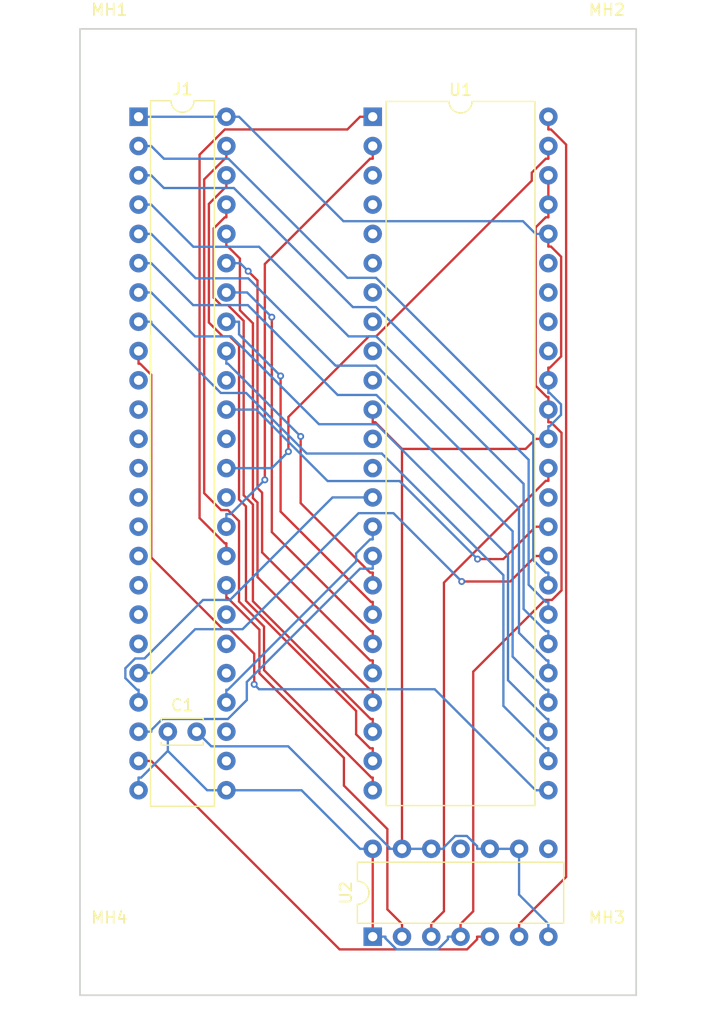
<source format=kicad_pcb>
(kicad_pcb (version 20171130) (host pcbnew 5.1.5+dfsg1-2build2)

  (general
    (thickness 1.6)
    (drawings 4)
    (tracks 348)
    (zones 0)
    (modules 8)
    (nets 66)
  )

  (page A4)
  (layers
    (0 F.Cu signal)
    (31 B.Cu signal)
    (32 B.Adhes user)
    (33 F.Adhes user)
    (34 B.Paste user)
    (35 F.Paste user)
    (36 B.SilkS user)
    (37 F.SilkS user)
    (38 B.Mask user)
    (39 F.Mask user)
    (40 Dwgs.User user)
    (41 Cmts.User user)
    (42 Eco1.User user)
    (43 Eco2.User user)
    (44 Edge.Cuts user)
    (45 Margin user)
    (46 B.CrtYd user)
    (47 F.CrtYd user)
    (48 B.Fab user)
    (49 F.Fab user)
  )

  (setup
    (last_trace_width 0.2)
    (user_trace_width 0.2)
    (user_trace_width 0.4)
    (user_trace_width 0.6)
    (user_trace_width 0.8)
    (user_trace_width 1)
    (user_trace_width 1.2)
    (user_trace_width 1.6)
    (user_trace_width 2)
    (trace_clearance 0.2)
    (zone_clearance 0.35)
    (zone_45_only no)
    (trace_min 0.1524)
    (via_size 0.6)
    (via_drill 0.3)
    (via_min_size 0.5)
    (via_min_drill 0.2)
    (user_via 0.9 0.5)
    (user_via 1.2 0.8)
    (user_via 1.4 0.9)
    (user_via 1.5 1)
    (uvia_size 0.3)
    (uvia_drill 0.1)
    (uvias_allowed no)
    (uvia_min_size 0.2)
    (uvia_min_drill 0.1)
    (edge_width 0.15)
    (segment_width 0.2)
    (pcb_text_width 0.3)
    (pcb_text_size 1.5 1.5)
    (mod_edge_width 0.15)
    (mod_text_size 1 1)
    (mod_text_width 0.15)
    (pad_size 3.2 3.2)
    (pad_drill 3.2)
    (pad_to_mask_clearance 0.051)
    (solder_mask_min_width 0.25)
    (aux_axis_origin 101 70)
    (grid_origin 101 70)
    (visible_elements FFFDFF7F)
    (pcbplotparams
      (layerselection 0x010fc_ffffffff)
      (usegerberextensions false)
      (usegerberattributes false)
      (usegerberadvancedattributes false)
      (creategerberjobfile false)
      (excludeedgelayer true)
      (linewidth 0.100000)
      (plotframeref false)
      (viasonmask false)
      (mode 1)
      (useauxorigin false)
      (hpglpennumber 1)
      (hpglpenspeed 20)
      (hpglpendiameter 15.000000)
      (psnegative false)
      (psa4output false)
      (plotreference true)
      (plotvalue true)
      (plotinvisibletext false)
      (padsonsilk false)
      (subtractmaskfromsilk false)
      (outputformat 1)
      (mirror false)
      (drillshape 1)
      (scaleselection 1)
      (outputdirectory ""))
  )

  (net 0 "")
  (net 1 GND)
  (net 2 VCC)
  (net 3 /P53)
  (net 4 "Net-(J1-Pad30)")
  (net 5 "Net-(J1-Pad17)")
  (net 6 /P52)
  (net 7 "Net-(J1-Pad27)")
  (net 8 "Net-(J1-Pad18)")
  (net 9 /P55)
  (net 10 "Net-(J1-Pad29)")
  (net 11 /P46)
  (net 12 "Net-(J1-Pad26)")
  (net 13 "Net-(J1-Pad19)")
  (net 14 "Net-(J1-Pad16)")
  (net 15 /P20)
  (net 16 "Net-(J1-Pad15)")
  (net 17 /P21)
  (net 18 "Net-(J1-Pad14)")
  (net 19 /P22)
  (net 20 "Net-(J1-Pad13)")
  (net 21 /P23)
  (net 22 "Net-(J1-Pad12)")
  (net 23 /P24)
  (net 24 "Net-(J1-Pad11)")
  (net 25 /P25)
  (net 26 "Net-(J1-Pad10)")
  (net 27 /P26)
  (net 28 /P17)
  (net 29 /P27)
  (net 30 /P16)
  (net 31 "Net-(J1-Pad39)")
  (net 32 /P15)
  (net 33 /P40)
  (net 34 /P14)
  (net 35 /P13)
  (net 36 /P42)
  (net 37 /P12)
  (net 38 /P11)
  (net 39 /P44)
  (net 40 /P10)
  (net 41 /P45)
  (net 42 "Net-(U1-Pad13)")
  (net 43 "Net-(U2-Pad11)")
  (net 44 "Net-(U2-Pad8)")
  (net 45 "Net-(U1-Pad36)")
  (net 46 "Net-(U1-Pad12)")
  (net 47 "Net-(U1-Pad35)")
  (net 48 "Net-(U1-Pad10)")
  (net 49 "Net-(U1-Pad9)")
  (net 50 /P50)
  (net 51 /P51)
  (net 52 "Net-(J1-Pad31)")
  (net 53 "Net-(J1-Pad37)")
  (net 54 "Net-(J1-Pad35)")
  (net 55 "Net-(U1-Pad48)")
  (net 56 "Net-(U1-Pad43)")
  (net 57 "Net-(U1-Pad42)")
  (net 58 "Net-(U1-Pad41)")
  (net 59 "Net-(U1-Pad40)")
  (net 60 "Net-(U1-Pad8)")
  (net 61 "Net-(U1-Pad7)")
  (net 62 "Net-(U1-Pad6)")
  (net 63 "Net-(U1-Pad5)")
  (net 64 "Net-(U1-Pad4)")
  (net 65 "Net-(U1-Pad3)")

  (net_class Default "This is the default net class."
    (clearance 0.2)
    (trace_width 0.2)
    (via_dia 0.6)
    (via_drill 0.3)
    (uvia_dia 0.3)
    (uvia_drill 0.1)
    (diff_pair_width 0.2)
    (diff_pair_gap 0.2)
    (add_net /P10)
    (add_net /P11)
    (add_net /P12)
    (add_net /P13)
    (add_net /P14)
    (add_net /P15)
    (add_net /P16)
    (add_net /P17)
    (add_net /P20)
    (add_net /P21)
    (add_net /P22)
    (add_net /P23)
    (add_net /P24)
    (add_net /P25)
    (add_net /P26)
    (add_net /P27)
    (add_net /P40)
    (add_net /P42)
    (add_net /P44)
    (add_net /P45)
    (add_net /P46)
    (add_net /P50)
    (add_net /P51)
    (add_net /P52)
    (add_net /P53)
    (add_net /P55)
    (add_net GND)
    (add_net "Net-(J1-Pad10)")
    (add_net "Net-(J1-Pad11)")
    (add_net "Net-(J1-Pad12)")
    (add_net "Net-(J1-Pad13)")
    (add_net "Net-(J1-Pad14)")
    (add_net "Net-(J1-Pad15)")
    (add_net "Net-(J1-Pad16)")
    (add_net "Net-(J1-Pad17)")
    (add_net "Net-(J1-Pad18)")
    (add_net "Net-(J1-Pad19)")
    (add_net "Net-(J1-Pad26)")
    (add_net "Net-(J1-Pad27)")
    (add_net "Net-(J1-Pad29)")
    (add_net "Net-(J1-Pad30)")
    (add_net "Net-(J1-Pad31)")
    (add_net "Net-(J1-Pad35)")
    (add_net "Net-(J1-Pad37)")
    (add_net "Net-(J1-Pad39)")
    (add_net "Net-(U1-Pad10)")
    (add_net "Net-(U1-Pad12)")
    (add_net "Net-(U1-Pad13)")
    (add_net "Net-(U1-Pad3)")
    (add_net "Net-(U1-Pad35)")
    (add_net "Net-(U1-Pad36)")
    (add_net "Net-(U1-Pad4)")
    (add_net "Net-(U1-Pad40)")
    (add_net "Net-(U1-Pad41)")
    (add_net "Net-(U1-Pad42)")
    (add_net "Net-(U1-Pad43)")
    (add_net "Net-(U1-Pad48)")
    (add_net "Net-(U1-Pad5)")
    (add_net "Net-(U1-Pad6)")
    (add_net "Net-(U1-Pad7)")
    (add_net "Net-(U1-Pad8)")
    (add_net "Net-(U1-Pad9)")
    (add_net "Net-(U2-Pad11)")
    (add_net "Net-(U2-Pad8)")
    (add_net VCC)
  )

  (module Package_DIP:DIP-48_W15.24mm (layer F.Cu) (tedit 5A02E8C5) (tstamp 62061056)
    (at 123.86 75.08)
    (descr "48-lead though-hole mounted DIP package, row spacing 15.24 mm (600 mils)")
    (tags "THT DIP DIL PDIP 2.54mm 15.24mm 600mil")
    (path /6207014E)
    (fp_text reference U1 (at 7.62 -2.33) (layer F.SilkS)
      (effects (font (size 1 1) (thickness 0.15)))
    )
    (fp_text value P8095BH (at 7.62 60.75) (layer F.Fab)
      (effects (font (size 1 1) (thickness 0.15)))
    )
    (fp_text user %R (at 7.62 29.21) (layer F.Fab)
      (effects (font (size 1 1) (thickness 0.15)))
    )
    (fp_line (start 16.3 -1.55) (end -1.05 -1.55) (layer F.CrtYd) (width 0.05))
    (fp_line (start 16.3 59.95) (end 16.3 -1.55) (layer F.CrtYd) (width 0.05))
    (fp_line (start -1.05 59.95) (end 16.3 59.95) (layer F.CrtYd) (width 0.05))
    (fp_line (start -1.05 -1.55) (end -1.05 59.95) (layer F.CrtYd) (width 0.05))
    (fp_line (start 14.08 -1.33) (end 8.62 -1.33) (layer F.SilkS) (width 0.12))
    (fp_line (start 14.08 59.75) (end 14.08 -1.33) (layer F.SilkS) (width 0.12))
    (fp_line (start 1.16 59.75) (end 14.08 59.75) (layer F.SilkS) (width 0.12))
    (fp_line (start 1.16 -1.33) (end 1.16 59.75) (layer F.SilkS) (width 0.12))
    (fp_line (start 6.62 -1.33) (end 1.16 -1.33) (layer F.SilkS) (width 0.12))
    (fp_line (start 0.255 -0.27) (end 1.255 -1.27) (layer F.Fab) (width 0.1))
    (fp_line (start 0.255 59.69) (end 0.255 -0.27) (layer F.Fab) (width 0.1))
    (fp_line (start 14.985 59.69) (end 0.255 59.69) (layer F.Fab) (width 0.1))
    (fp_line (start 14.985 -1.27) (end 14.985 59.69) (layer F.Fab) (width 0.1))
    (fp_line (start 1.255 -1.27) (end 14.985 -1.27) (layer F.Fab) (width 0.1))
    (fp_arc (start 7.62 -1.33) (end 6.62 -1.33) (angle -180) (layer F.SilkS) (width 0.12))
    (pad 48 thru_hole oval (at 15.24 0) (size 1.6 1.6) (drill 0.8) (layers *.Cu *.Mask)
      (net 55 "Net-(U1-Pad48)"))
    (pad 24 thru_hole oval (at 0 58.42) (size 1.6 1.6) (drill 0.8) (layers *.Cu *.Mask)
      (net 15 /P20))
    (pad 47 thru_hole oval (at 15.24 2.54) (size 1.6 1.6) (drill 0.8) (layers *.Cu *.Mask)
      (net 36 /P42))
    (pad 23 thru_hole oval (at 0 55.88) (size 1.6 1.6) (drill 0.8) (layers *.Cu *.Mask)
      (net 17 /P21))
    (pad 46 thru_hole oval (at 15.24 5.08) (size 1.6 1.6) (drill 0.8) (layers *.Cu *.Mask)
      (net 2 VCC))
    (pad 22 thru_hole oval (at 0 53.34) (size 1.6 1.6) (drill 0.8) (layers *.Cu *.Mask)
      (net 19 /P22))
    (pad 45 thru_hole oval (at 15.24 7.62) (size 1.6 1.6) (drill 0.8) (layers *.Cu *.Mask)
      (net 2 VCC))
    (pad 21 thru_hole oval (at 0 50.8) (size 1.6 1.6) (drill 0.8) (layers *.Cu *.Mask)
      (net 21 /P23))
    (pad 44 thru_hole oval (at 15.24 10.16) (size 1.6 1.6) (drill 0.8) (layers *.Cu *.Mask)
      (net 1 GND))
    (pad 20 thru_hole oval (at 0 48.26) (size 1.6 1.6) (drill 0.8) (layers *.Cu *.Mask)
      (net 23 /P24))
    (pad 43 thru_hole oval (at 15.24 12.7) (size 1.6 1.6) (drill 0.8) (layers *.Cu *.Mask)
      (net 56 "Net-(U1-Pad43)"))
    (pad 19 thru_hole oval (at 0 45.72) (size 1.6 1.6) (drill 0.8) (layers *.Cu *.Mask)
      (net 25 /P25))
    (pad 42 thru_hole oval (at 15.24 15.24) (size 1.6 1.6) (drill 0.8) (layers *.Cu *.Mask)
      (net 57 "Net-(U1-Pad42)"))
    (pad 18 thru_hole oval (at 0 43.18) (size 1.6 1.6) (drill 0.8) (layers *.Cu *.Mask)
      (net 27 /P26))
    (pad 41 thru_hole oval (at 15.24 17.78) (size 1.6 1.6) (drill 0.8) (layers *.Cu *.Mask)
      (net 58 "Net-(U1-Pad41)"))
    (pad 17 thru_hole oval (at 0 40.64) (size 1.6 1.6) (drill 0.8) (layers *.Cu *.Mask)
      (net 29 /P27))
    (pad 40 thru_hole oval (at 15.24 20.32) (size 1.6 1.6) (drill 0.8) (layers *.Cu *.Mask)
      (net 59 "Net-(U1-Pad40)"))
    (pad 16 thru_hole oval (at 0 38.1) (size 1.6 1.6) (drill 0.8) (layers *.Cu *.Mask)
      (net 6 /P52))
    (pad 39 thru_hole oval (at 15.24 22.86) (size 1.6 1.6) (drill 0.8) (layers *.Cu *.Mask)
      (net 1 GND))
    (pad 15 thru_hole oval (at 0 35.56) (size 1.6 1.6) (drill 0.8) (layers *.Cu *.Mask)
      (net 9 /P55))
    (pad 38 thru_hole oval (at 15.24 25.4) (size 1.6 1.6) (drill 0.8) (layers *.Cu *.Mask)
      (net 2 VCC))
    (pad 14 thru_hole oval (at 0 33.02) (size 1.6 1.6) (drill 0.8) (layers *.Cu *.Mask)
      (net 51 /P51))
    (pad 37 thru_hole oval (at 15.24 27.94) (size 1.6 1.6) (drill 0.8) (layers *.Cu *.Mask)
      (net 1 GND))
    (pad 13 thru_hole oval (at 0 30.48) (size 1.6 1.6) (drill 0.8) (layers *.Cu *.Mask)
      (net 42 "Net-(U1-Pad13)"))
    (pad 36 thru_hole oval (at 15.24 30.48) (size 1.6 1.6) (drill 0.8) (layers *.Cu *.Mask)
      (net 45 "Net-(U1-Pad36)"))
    (pad 12 thru_hole oval (at 0 27.94) (size 1.6 1.6) (drill 0.8) (layers *.Cu *.Mask)
      (net 46 "Net-(U1-Pad12)"))
    (pad 35 thru_hole oval (at 15.24 33.02) (size 1.6 1.6) (drill 0.8) (layers *.Cu *.Mask)
      (net 47 "Net-(U1-Pad35)"))
    (pad 11 thru_hole oval (at 0 25.4) (size 1.6 1.6) (drill 0.8) (layers *.Cu *.Mask)
      (net 1 GND))
    (pad 34 thru_hole oval (at 15.24 35.56) (size 1.6 1.6) (drill 0.8) (layers *.Cu *.Mask)
      (net 33 /P40))
    (pad 10 thru_hole oval (at 0 22.86) (size 1.6 1.6) (drill 0.8) (layers *.Cu *.Mask)
      (net 48 "Net-(U1-Pad10)"))
    (pad 33 thru_hole oval (at 15.24 38.1) (size 1.6 1.6) (drill 0.8) (layers *.Cu *.Mask)
      (net 50 /P50))
    (pad 9 thru_hole oval (at 0 20.32) (size 1.6 1.6) (drill 0.8) (layers *.Cu *.Mask)
      (net 49 "Net-(U1-Pad9)"))
    (pad 32 thru_hole oval (at 15.24 40.64) (size 1.6 1.6) (drill 0.8) (layers *.Cu *.Mask)
      (net 40 /P10))
    (pad 8 thru_hole oval (at 0 17.78) (size 1.6 1.6) (drill 0.8) (layers *.Cu *.Mask)
      (net 60 "Net-(U1-Pad8)"))
    (pad 31 thru_hole oval (at 15.24 43.18) (size 1.6 1.6) (drill 0.8) (layers *.Cu *.Mask)
      (net 38 /P11))
    (pad 7 thru_hole oval (at 0 15.24) (size 1.6 1.6) (drill 0.8) (layers *.Cu *.Mask)
      (net 61 "Net-(U1-Pad7)"))
    (pad 30 thru_hole oval (at 15.24 45.72) (size 1.6 1.6) (drill 0.8) (layers *.Cu *.Mask)
      (net 37 /P12))
    (pad 6 thru_hole oval (at 0 12.7) (size 1.6 1.6) (drill 0.8) (layers *.Cu *.Mask)
      (net 62 "Net-(U1-Pad6)"))
    (pad 29 thru_hole oval (at 15.24 48.26) (size 1.6 1.6) (drill 0.8) (layers *.Cu *.Mask)
      (net 35 /P13))
    (pad 5 thru_hole oval (at 0 10.16) (size 1.6 1.6) (drill 0.8) (layers *.Cu *.Mask)
      (net 63 "Net-(U1-Pad5)"))
    (pad 28 thru_hole oval (at 15.24 50.8) (size 1.6 1.6) (drill 0.8) (layers *.Cu *.Mask)
      (net 34 /P14))
    (pad 4 thru_hole oval (at 0 7.62) (size 1.6 1.6) (drill 0.8) (layers *.Cu *.Mask)
      (net 64 "Net-(U1-Pad4)"))
    (pad 27 thru_hole oval (at 15.24 53.34) (size 1.6 1.6) (drill 0.8) (layers *.Cu *.Mask)
      (net 32 /P15))
    (pad 3 thru_hole oval (at 0 5.08) (size 1.6 1.6) (drill 0.8) (layers *.Cu *.Mask)
      (net 65 "Net-(U1-Pad3)"))
    (pad 26 thru_hole oval (at 15.24 55.88) (size 1.6 1.6) (drill 0.8) (layers *.Cu *.Mask)
      (net 30 /P16))
    (pad 2 thru_hole oval (at 0 2.54) (size 1.6 1.6) (drill 0.8) (layers *.Cu *.Mask)
      (net 39 /P44))
    (pad 25 thru_hole oval (at 15.24 58.42) (size 1.6 1.6) (drill 0.8) (layers *.Cu *.Mask)
      (net 28 /P17))
    (pad 1 thru_hole rect (at 0 0) (size 1.6 1.6) (drill 0.8) (layers *.Cu *.Mask)
      (net 41 /P45))
    (model ${KISYS3DMOD}/Package_DIP.3dshapes/DIP-48_W15.24mm.wrl
      (at (xyz 0 0 0))
      (scale (xyz 1 1 1))
      (rotate (xyz 0 0 0))
    )
  )

  (module Package_DIP:DIP-14_W7.62mm (layer F.Cu) (tedit 5A02E8C5) (tstamp 61FE1D4C)
    (at 123.86 146.2 90)
    (descr "14-lead though-hole mounted DIP package, row spacing 7.62 mm (300 mils)")
    (tags "THT DIP DIL PDIP 2.54mm 7.62mm 300mil")
    (path /61F547D1)
    (fp_text reference U2 (at 3.81 -2.33 90) (layer F.SilkS)
      (effects (font (size 1 1) (thickness 0.15)))
    )
    (fp_text value 74HCT126 (at 3.81 17.57 90) (layer F.Fab)
      (effects (font (size 1 1) (thickness 0.15)))
    )
    (fp_text user %R (at 3.81 7.62 90) (layer F.Fab)
      (effects (font (size 1 1) (thickness 0.15)))
    )
    (fp_line (start 8.7 -1.55) (end -1.1 -1.55) (layer F.CrtYd) (width 0.05))
    (fp_line (start 8.7 16.8) (end 8.7 -1.55) (layer F.CrtYd) (width 0.05))
    (fp_line (start -1.1 16.8) (end 8.7 16.8) (layer F.CrtYd) (width 0.05))
    (fp_line (start -1.1 -1.55) (end -1.1 16.8) (layer F.CrtYd) (width 0.05))
    (fp_line (start 6.46 -1.33) (end 4.81 -1.33) (layer F.SilkS) (width 0.12))
    (fp_line (start 6.46 16.57) (end 6.46 -1.33) (layer F.SilkS) (width 0.12))
    (fp_line (start 1.16 16.57) (end 6.46 16.57) (layer F.SilkS) (width 0.12))
    (fp_line (start 1.16 -1.33) (end 1.16 16.57) (layer F.SilkS) (width 0.12))
    (fp_line (start 2.81 -1.33) (end 1.16 -1.33) (layer F.SilkS) (width 0.12))
    (fp_line (start 0.635 -0.27) (end 1.635 -1.27) (layer F.Fab) (width 0.1))
    (fp_line (start 0.635 16.51) (end 0.635 -0.27) (layer F.Fab) (width 0.1))
    (fp_line (start 6.985 16.51) (end 0.635 16.51) (layer F.Fab) (width 0.1))
    (fp_line (start 6.985 -1.27) (end 6.985 16.51) (layer F.Fab) (width 0.1))
    (fp_line (start 1.635 -1.27) (end 6.985 -1.27) (layer F.Fab) (width 0.1))
    (fp_arc (start 3.81 -1.33) (end 2.81 -1.33) (angle -180) (layer F.SilkS) (width 0.12))
    (pad 14 thru_hole oval (at 7.62 0 90) (size 1.6 1.6) (drill 0.8) (layers *.Cu *.Mask)
      (net 2 VCC))
    (pad 7 thru_hole oval (at 0 15.24 90) (size 1.6 1.6) (drill 0.8) (layers *.Cu *.Mask)
      (net 1 GND))
    (pad 13 thru_hole oval (at 7.62 2.54 90) (size 1.6 1.6) (drill 0.8) (layers *.Cu *.Mask)
      (net 1 GND))
    (pad 6 thru_hole oval (at 0 12.7 90) (size 1.6 1.6) (drill 0.8) (layers *.Cu *.Mask)
      (net 55 "Net-(U1-Pad48)"))
    (pad 12 thru_hole oval (at 7.62 5.08 90) (size 1.6 1.6) (drill 0.8) (layers *.Cu *.Mask)
      (net 1 GND))
    (pad 5 thru_hole oval (at 0 10.16 90) (size 1.6 1.6) (drill 0.8) (layers *.Cu *.Mask)
      (net 3 /P53))
    (pad 11 thru_hole oval (at 7.62 7.62 90) (size 1.6 1.6) (drill 0.8) (layers *.Cu *.Mask)
      (net 43 "Net-(U2-Pad11)"))
    (pad 4 thru_hole oval (at 0 7.62 90) (size 1.6 1.6) (drill 0.8) (layers *.Cu *.Mask)
      (net 2 VCC))
    (pad 10 thru_hole oval (at 7.62 10.16 90) (size 1.6 1.6) (drill 0.8) (layers *.Cu *.Mask)
      (net 1 GND))
    (pad 3 thru_hole oval (at 0 5.08 90) (size 1.6 1.6) (drill 0.8) (layers *.Cu *.Mask)
      (net 45 "Net-(U1-Pad36)"))
    (pad 9 thru_hole oval (at 7.62 12.7 90) (size 1.6 1.6) (drill 0.8) (layers *.Cu *.Mask)
      (net 1 GND))
    (pad 2 thru_hole oval (at 0 2.54 90) (size 1.6 1.6) (drill 0.8) (layers *.Cu *.Mask)
      (net 11 /P46))
    (pad 8 thru_hole oval (at 7.62 15.24 90) (size 1.6 1.6) (drill 0.8) (layers *.Cu *.Mask)
      (net 44 "Net-(U2-Pad8)"))
    (pad 1 thru_hole rect (at 0 0 90) (size 1.6 1.6) (drill 0.8) (layers *.Cu *.Mask)
      (net 2 VCC))
    (model ${KISYS3DMOD}/Package_DIP.3dshapes/DIP-14_W7.62mm.wrl
      (at (xyz 0 0 0))
      (scale (xyz 1 1 1))
      (rotate (xyz 0 0 0))
    )
  )

  (module 0-LocalLibrary:DIP-48_W7.62mm (layer F.Cu) (tedit 6198C9C5) (tstamp 61E6FC82)
    (at 103.54 75.08)
    (descr "48-lead dip package, row spacing 7.62 mm (300 mils)")
    (tags "DIL DIP PDIP 2.54mm 7.62mm 300mill")
    (path /62AD1603)
    (fp_text reference J1 (at 3.81 -2.39) (layer F.SilkS)
      (effects (font (size 1 1) (thickness 0.15)))
    )
    (fp_text value BionicConnector (at 5.08 60.96) (layer F.Fab)
      (effects (font (size 1 1) (thickness 0.15)))
    )
    (fp_line (start 8.68 60.02) (end 8.68 18.72) (layer F.CrtYd) (width 0.05))
    (fp_line (start 7.365 59.69) (end 0.255 59.69) (layer F.Fab) (width 0.1))
    (fp_line (start 0.255 59.69) (end 0.255 20.05) (layer F.Fab) (width 0.1))
    (fp_line (start -1.1 60.02) (end 8.68 60.02) (layer F.CrtYd) (width 0.05))
    (fp_line (start -1.1 18.72) (end -1.1 60.02) (layer F.CrtYd) (width 0.05))
    (fp_line (start 6.58 59.81) (end 6.58 18.93) (layer F.SilkS) (width 0.12))
    (fp_line (start 1.04 59.81) (end 6.58 59.81) (layer F.SilkS) (width 0.12))
    (fp_line (start 1.04 18.93) (end 1.04 59.81) (layer F.SilkS) (width 0.12))
    (fp_line (start 7.365 19.05) (end 7.365 59.69) (layer F.Fab) (width 0.1))
    (fp_arc (start 3.81 -1.39) (end 2.81 -1.39) (angle -180) (layer F.SilkS) (width 0.12))
    (fp_line (start 8.68 -1.6) (end -1.1 -1.6) (layer F.CrtYd) (width 0.05))
    (fp_line (start 8.68 39.7) (end 8.68 -1.6) (layer F.CrtYd) (width 0.05))
    (fp_line (start -1.1 -1.6) (end -1.1 39.7) (layer F.CrtYd) (width 0.05))
    (fp_line (start 6.58 -1.39) (end 4.81 -1.39) (layer F.SilkS) (width 0.12))
    (fp_line (start 6.58 39.49) (end 6.58 -1.39) (layer F.SilkS) (width 0.12))
    (fp_line (start 1.04 -1.39) (end 1.04 39.49) (layer F.SilkS) (width 0.12))
    (fp_line (start 2.81 -1.39) (end 1.04 -1.39) (layer F.SilkS) (width 0.12))
    (fp_line (start 0.255 -0.27) (end 1.255 -1.27) (layer F.Fab) (width 0.1))
    (fp_line (start 0.255 39.37) (end 0.255 -0.27) (layer F.Fab) (width 0.1))
    (fp_line (start 7.365 -1.27) (end 7.365 39.37) (layer F.Fab) (width 0.1))
    (fp_line (start 1.255 -1.27) (end 7.365 -1.27) (layer F.Fab) (width 0.1))
    (fp_text user %R (at 3.81 19.05) (layer F.Fab)
      (effects (font (size 1 1) (thickness 0.15)))
    )
    (pad 20 thru_hole oval (at 0 48.26) (size 1.6 1.6) (drill 0.8) (layers *.Cu *.Mask)
      (net 50 /P50))
    (pad 24 thru_hole oval (at 0 58.42) (size 1.6 1.6) (drill 0.8) (layers *.Cu *.Mask)
      (net 2 VCC))
    (pad 25 thru_hole oval (at 7.62 58.42) (size 1.6 1.6) (drill 0.8) (layers *.Cu *.Mask)
      (net 2 VCC))
    (pad 23 thru_hole oval (at 0 55.88) (size 1.6 1.6) (drill 0.8) (layers *.Cu *.Mask)
      (net 3 /P53))
    (pad 30 thru_hole oval (at 7.62 45.72) (size 1.6 1.6) (drill 0.8) (layers *.Cu *.Mask)
      (net 4 "Net-(J1-Pad30)"))
    (pad 21 thru_hole oval (at 0 50.8) (size 1.6 1.6) (drill 0.8) (layers *.Cu *.Mask)
      (net 51 /P51))
    (pad 17 thru_hole oval (at 0 40.64) (size 1.6 1.6) (drill 0.8) (layers *.Cu *.Mask)
      (net 5 "Net-(J1-Pad17)"))
    (pad 22 thru_hole oval (at 0 53.34) (size 1.6 1.6) (drill 0.8) (layers *.Cu *.Mask)
      (net 6 /P52))
    (pad 27 thru_hole oval (at 7.62 53.34) (size 1.6 1.6) (drill 0.8) (layers *.Cu *.Mask)
      (net 7 "Net-(J1-Pad27)"))
    (pad 18 thru_hole oval (at 0 43.18) (size 1.6 1.6) (drill 0.8) (layers *.Cu *.Mask)
      (net 8 "Net-(J1-Pad18)"))
    (pad 31 thru_hole oval (at 7.62 43.18) (size 1.6 1.6) (drill 0.8) (layers *.Cu *.Mask)
      (net 52 "Net-(J1-Pad31)"))
    (pad 28 thru_hole oval (at 7.62 50.8) (size 1.6 1.6) (drill 0.8) (layers *.Cu *.Mask)
      (net 9 /P55))
    (pad 29 thru_hole oval (at 7.62 48.26) (size 1.6 1.6) (drill 0.8) (layers *.Cu *.Mask)
      (net 10 "Net-(J1-Pad29)"))
    (pad 32 thru_hole oval (at 7.62 40.64) (size 1.6 1.6) (drill 0.8) (layers *.Cu *.Mask)
      (net 11 /P46))
    (pad 26 thru_hole oval (at 7.62 55.88) (size 1.6 1.6) (drill 0.8) (layers *.Cu *.Mask)
      (net 12 "Net-(J1-Pad26)"))
    (pad 19 thru_hole oval (at 0 45.72) (size 1.6 1.6) (drill 0.8) (layers *.Cu *.Mask)
      (net 13 "Net-(J1-Pad19)"))
    (pad 48 thru_hole oval (at 7.62 0) (size 1.6 1.6) (drill 0.8) (layers *.Cu *.Mask)
      (net 1 GND))
    (pad 16 thru_hole oval (at 0 38.1) (size 1.6 1.6) (drill 0.8) (layers *.Cu *.Mask)
      (net 14 "Net-(J1-Pad16)"))
    (pad 47 thru_hole oval (at 7.62 2.54) (size 1.6 1.6) (drill 0.8) (layers *.Cu *.Mask)
      (net 15 /P20))
    (pad 15 thru_hole oval (at 0 35.56) (size 1.6 1.6) (drill 0.8) (layers *.Cu *.Mask)
      (net 16 "Net-(J1-Pad15)"))
    (pad 46 thru_hole oval (at 7.62 5.08) (size 1.6 1.6) (drill 0.8) (layers *.Cu *.Mask)
      (net 17 /P21))
    (pad 14 thru_hole oval (at 0 33.02) (size 1.6 1.6) (drill 0.8) (layers *.Cu *.Mask)
      (net 18 "Net-(J1-Pad14)"))
    (pad 45 thru_hole oval (at 7.62 7.62) (size 1.6 1.6) (drill 0.8) (layers *.Cu *.Mask)
      (net 19 /P22))
    (pad 13 thru_hole oval (at 0 30.48) (size 1.6 1.6) (drill 0.8) (layers *.Cu *.Mask)
      (net 20 "Net-(J1-Pad13)"))
    (pad 44 thru_hole oval (at 7.62 10.16) (size 1.6 1.6) (drill 0.8) (layers *.Cu *.Mask)
      (net 21 /P23))
    (pad 12 thru_hole oval (at 0 27.94) (size 1.6 1.6) (drill 0.8) (layers *.Cu *.Mask)
      (net 22 "Net-(J1-Pad12)"))
    (pad 43 thru_hole oval (at 7.62 12.7) (size 1.6 1.6) (drill 0.8) (layers *.Cu *.Mask)
      (net 23 /P24))
    (pad 11 thru_hole oval (at 0 25.4) (size 1.6 1.6) (drill 0.8) (layers *.Cu *.Mask)
      (net 24 "Net-(J1-Pad11)"))
    (pad 42 thru_hole oval (at 7.62 15.24) (size 1.6 1.6) (drill 0.8) (layers *.Cu *.Mask)
      (net 25 /P25))
    (pad 10 thru_hole oval (at 0 22.86) (size 1.6 1.6) (drill 0.8) (layers *.Cu *.Mask)
      (net 26 "Net-(J1-Pad10)"))
    (pad 41 thru_hole oval (at 7.62 17.78) (size 1.6 1.6) (drill 0.8) (layers *.Cu *.Mask)
      (net 27 /P26))
    (pad 9 thru_hole oval (at 0 20.32) (size 1.6 1.6) (drill 0.8) (layers *.Cu *.Mask)
      (net 28 /P17))
    (pad 40 thru_hole oval (at 7.62 20.32) (size 1.6 1.6) (drill 0.8) (layers *.Cu *.Mask)
      (net 29 /P27))
    (pad 8 thru_hole oval (at 0 17.78) (size 1.6 1.6) (drill 0.8) (layers *.Cu *.Mask)
      (net 30 /P16))
    (pad 39 thru_hole oval (at 7.62 22.86) (size 1.6 1.6) (drill 0.8) (layers *.Cu *.Mask)
      (net 31 "Net-(J1-Pad39)"))
    (pad 7 thru_hole oval (at 0 15.24) (size 1.6 1.6) (drill 0.8) (layers *.Cu *.Mask)
      (net 32 /P15))
    (pad 38 thru_hole oval (at 7.62 25.4) (size 1.6 1.6) (drill 0.8) (layers *.Cu *.Mask)
      (net 33 /P40))
    (pad 6 thru_hole oval (at 0 12.7) (size 1.6 1.6) (drill 0.8) (layers *.Cu *.Mask)
      (net 34 /P14))
    (pad 37 thru_hole oval (at 7.62 27.94) (size 1.6 1.6) (drill 0.8) (layers *.Cu *.Mask)
      (net 53 "Net-(J1-Pad37)"))
    (pad 5 thru_hole oval (at 0 10.16) (size 1.6 1.6) (drill 0.8) (layers *.Cu *.Mask)
      (net 35 /P13))
    (pad 36 thru_hole oval (at 7.62 30.48) (size 1.6 1.6) (drill 0.8) (layers *.Cu *.Mask)
      (net 36 /P42))
    (pad 4 thru_hole oval (at 0 7.62) (size 1.6 1.6) (drill 0.8) (layers *.Cu *.Mask)
      (net 37 /P12))
    (pad 35 thru_hole oval (at 7.62 33.02) (size 1.6 1.6) (drill 0.8) (layers *.Cu *.Mask)
      (net 54 "Net-(J1-Pad35)"))
    (pad 3 thru_hole oval (at 0 5.08) (size 1.6 1.6) (drill 0.8) (layers *.Cu *.Mask)
      (net 38 /P11))
    (pad 34 thru_hole oval (at 7.62 35.56) (size 1.6 1.6) (drill 0.8) (layers *.Cu *.Mask)
      (net 39 /P44))
    (pad 2 thru_hole oval (at 0 2.54) (size 1.6 1.6) (drill 0.8) (layers *.Cu *.Mask)
      (net 40 /P10))
    (pad 33 thru_hole oval (at 7.62 38.1) (size 1.6 1.6) (drill 0.8) (layers *.Cu *.Mask)
      (net 41 /P45))
    (pad 1 thru_hole rect (at 0 0) (size 1.6 1.6) (drill 0.8) (layers *.Cu *.Mask)
      (net 1 GND))
    (model ${KISYS3DMOD}/Package_DIP.3dshapes/DIP-32_W7.62mm.wrl
      (at (xyz 0 0 0))
      (scale (xyz 1 1 1))
      (rotate (xyz 0 0 0))
    )
  )

  (module Capacitor_THT:C_Disc_D3.4mm_W2.1mm_P2.50mm (layer F.Cu) (tedit 5AE50EF0) (tstamp 61E6FC38)
    (at 106.08 128.42)
    (descr "C, Disc series, Radial, pin pitch=2.50mm, , diameter*width=3.4*2.1mm^2, Capacitor, http://www.vishay.com/docs/45233/krseries.pdf")
    (tags "C Disc series Radial pin pitch 2.50mm  diameter 3.4mm width 2.1mm Capacitor")
    (path /5D0E12B4)
    (fp_text reference C1 (at 1.25 -2.3) (layer F.SilkS)
      (effects (font (size 1 1) (thickness 0.15)))
    )
    (fp_text value 0.1u (at 1.25 2.3) (layer F.Fab)
      (effects (font (size 1 1) (thickness 0.15)))
    )
    (fp_text user %R (at 1.25 0) (layer F.Fab)
      (effects (font (size 0.68 0.68) (thickness 0.102)))
    )
    (fp_line (start 3.55 -1.3) (end -1.05 -1.3) (layer F.CrtYd) (width 0.05))
    (fp_line (start 3.55 1.3) (end 3.55 -1.3) (layer F.CrtYd) (width 0.05))
    (fp_line (start -1.05 1.3) (end 3.55 1.3) (layer F.CrtYd) (width 0.05))
    (fp_line (start -1.05 -1.3) (end -1.05 1.3) (layer F.CrtYd) (width 0.05))
    (fp_line (start 3.07 0.925) (end 3.07 1.17) (layer F.SilkS) (width 0.12))
    (fp_line (start 3.07 -1.17) (end 3.07 -0.925) (layer F.SilkS) (width 0.12))
    (fp_line (start -0.57 0.925) (end -0.57 1.17) (layer F.SilkS) (width 0.12))
    (fp_line (start -0.57 -1.17) (end -0.57 -0.925) (layer F.SilkS) (width 0.12))
    (fp_line (start -0.57 1.17) (end 3.07 1.17) (layer F.SilkS) (width 0.12))
    (fp_line (start -0.57 -1.17) (end 3.07 -1.17) (layer F.SilkS) (width 0.12))
    (fp_line (start 2.95 -1.05) (end -0.45 -1.05) (layer F.Fab) (width 0.1))
    (fp_line (start 2.95 1.05) (end 2.95 -1.05) (layer F.Fab) (width 0.1))
    (fp_line (start -0.45 1.05) (end 2.95 1.05) (layer F.Fab) (width 0.1))
    (fp_line (start -0.45 -1.05) (end -0.45 1.05) (layer F.Fab) (width 0.1))
    (pad 2 thru_hole circle (at 2.5 0) (size 1.6 1.6) (drill 0.8) (layers *.Cu *.Mask)
      (net 1 GND))
    (pad 1 thru_hole circle (at 0 0) (size 1.6 1.6) (drill 0.8) (layers *.Cu *.Mask)
      (net 2 VCC))
    (model ${KISYS3DMOD}/Capacitor_THT.3dshapes/C_Disc_D3.4mm_W2.1mm_P2.50mm.wrl
      (at (xyz 0 0 0))
      (scale (xyz 1 1 1))
      (rotate (xyz 0 0 0))
    )
  )

  (module MountingHole:MountingHole_3.2mm_M3 (layer F.Cu) (tedit 56D1B4CB) (tstamp 618AA90D)
    (at 101 148.74)
    (descr "Mounting Hole 3.2mm, no annular, M3")
    (tags "mounting hole 3.2mm no annular m3")
    (attr virtual)
    (fp_text reference MH4 (at 0 -4.2) (layer F.SilkS)
      (effects (font (size 1 1) (thickness 0.15)))
    )
    (fp_text value MountingHole_3.2mm_M3 (at 0 4.2) (layer F.Fab)
      (effects (font (size 1 1) (thickness 0.15)))
    )
    (fp_circle (center 0 0) (end 3.45 0) (layer F.CrtYd) (width 0.05))
    (fp_circle (center 0 0) (end 3.2 0) (layer Cmts.User) (width 0.15))
    (fp_text user %R (at 0.3 0) (layer F.Fab)
      (effects (font (size 1 1) (thickness 0.15)))
    )
    (pad 1 np_thru_hole circle (at 0 0) (size 3.2 3.2) (drill 3.2) (layers *.Cu *.Mask))
  )

  (module MountingHole:MountingHole_3.2mm_M3 (layer F.Cu) (tedit 56D1B4CB) (tstamp 618AA8EF)
    (at 144.18 148.74)
    (descr "Mounting Hole 3.2mm, no annular, M3")
    (tags "mounting hole 3.2mm no annular m3")
    (attr virtual)
    (fp_text reference MH3 (at 0 -4.2) (layer F.SilkS)
      (effects (font (size 1 1) (thickness 0.15)))
    )
    (fp_text value MountingHole_3.2mm_M3 (at 0 4.2) (layer F.Fab)
      (effects (font (size 1 1) (thickness 0.15)))
    )
    (fp_circle (center 0 0) (end 3.45 0) (layer F.CrtYd) (width 0.05))
    (fp_circle (center 0 0) (end 3.2 0) (layer Cmts.User) (width 0.15))
    (fp_text user %R (at 0.3 0) (layer F.Fab)
      (effects (font (size 1 1) (thickness 0.15)))
    )
    (pad 1 np_thru_hole circle (at 0 0) (size 3.2 3.2) (drill 3.2) (layers *.Cu *.Mask))
  )

  (module MountingHole:MountingHole_3.2mm_M3 (layer F.Cu) (tedit 56D1B4CB) (tstamp 618AA8C0)
    (at 144.18 70)
    (descr "Mounting Hole 3.2mm, no annular, M3")
    (tags "mounting hole 3.2mm no annular m3")
    (attr virtual)
    (fp_text reference MH2 (at 0 -4.2) (layer F.SilkS)
      (effects (font (size 1 1) (thickness 0.15)))
    )
    (fp_text value MountingHole_3.2mm_M3 (at 0 4.2) (layer F.Fab)
      (effects (font (size 1 1) (thickness 0.15)))
    )
    (fp_circle (center 0 0) (end 3.45 0) (layer F.CrtYd) (width 0.05))
    (fp_circle (center 0 0) (end 3.2 0) (layer Cmts.User) (width 0.15))
    (fp_text user %R (at 0.3 0) (layer F.Fab)
      (effects (font (size 1 1) (thickness 0.15)))
    )
    (pad 1 np_thru_hole circle (at 0 0) (size 3.2 3.2) (drill 3.2) (layers *.Cu *.Mask))
  )

  (module MountingHole:MountingHole_3.2mm_M3 (layer F.Cu) (tedit 618A6455) (tstamp 618AA897)
    (at 101 70)
    (descr "Mounting Hole 3.2mm, no annular, M3")
    (tags "mounting hole 3.2mm no annular m3")
    (attr virtual)
    (fp_text reference MH1 (at 0 -4.2) (layer F.SilkS)
      (effects (font (size 1 1) (thickness 0.15)))
    )
    (fp_text value MountingHole_3.2mm_M3 (at 0 4.2) (layer F.Fab)
      (effects (font (size 1 1) (thickness 0.15)))
    )
    (fp_circle (center 0 0) (end 3.45 0) (layer F.CrtYd) (width 0.05))
    (fp_circle (center 0 0) (end 3.2 0) (layer Cmts.User) (width 0.15))
    (fp_text user %R (at 0.3 0) (layer F.Fab)
      (effects (font (size 1 1) (thickness 0.15)))
    )
    (pad "" np_thru_hole circle (at 0 0) (size 3.2 3.2) (drill 3.2) (layers *.Cu *.Mask))
  )

  (gr_line (start 98.46 151.28) (end 98.46 67.46) (layer Edge.Cuts) (width 0.15) (tstamp 618AA84D))
  (gr_line (start 146.72 151.28) (end 98.46 151.28) (layer Edge.Cuts) (width 0.15))
  (gr_line (start 146.72 67.46) (end 146.72 151.28) (layer Edge.Cuts) (width 0.15))
  (gr_line (start 98.46 67.46) (end 146.72 67.46) (layer Edge.Cuts) (width 0.15))

  (segment (start 111.16 75.08) (end 112.2603 75.08) (width 0.2) (layer B.Cu) (net 1))
  (segment (start 139.1 85.24) (end 137.9997 85.24) (width 0.2) (layer B.Cu) (net 1))
  (segment (start 137.9997 85.24) (end 136.8994 84.1397) (width 0.2) (layer B.Cu) (net 1))
  (segment (start 136.8994 84.1397) (end 121.32 84.1397) (width 0.2) (layer B.Cu) (net 1))
  (segment (start 121.32 84.1397) (end 112.2603 75.08) (width 0.2) (layer B.Cu) (net 1))
  (segment (start 136.56 138.58) (end 136.56 142.5597) (width 0.2) (layer B.Cu) (net 1))
  (segment (start 136.56 142.5597) (end 139.1 145.0997) (width 0.2) (layer B.Cu) (net 1))
  (segment (start 139.1 146.2) (end 139.1 145.0997) (width 0.2) (layer B.Cu) (net 1))
  (segment (start 136.56 138.58) (end 134.02 138.58) (width 0.2) (layer B.Cu) (net 1))
  (segment (start 128.94 138.58) (end 130.0403 138.58) (width 0.2) (layer B.Cu) (net 1))
  (segment (start 130.0403 138.58) (end 130.0403 138.4425) (width 0.2) (layer B.Cu) (net 1))
  (segment (start 130.0403 138.4425) (end 131.0207 137.4621) (width 0.2) (layer B.Cu) (net 1))
  (segment (start 131.0207 137.4621) (end 132.0298 137.4621) (width 0.2) (layer B.Cu) (net 1))
  (segment (start 132.0298 137.4621) (end 132.9197 138.352) (width 0.2) (layer B.Cu) (net 1))
  (segment (start 132.9197 138.352) (end 132.9197 138.58) (width 0.2) (layer B.Cu) (net 1))
  (segment (start 126.4 138.58) (end 128.94 138.58) (width 0.2) (layer B.Cu) (net 1))
  (segment (start 134.02 138.58) (end 132.9197 138.58) (width 0.2) (layer B.Cu) (net 1))
  (segment (start 139.1 101.9197) (end 139.2164 101.9197) (width 0.2) (layer B.Cu) (net 1))
  (segment (start 139.2164 101.9197) (end 140.2003 100.9358) (width 0.2) (layer B.Cu) (net 1))
  (segment (start 140.2003 100.9358) (end 140.2003 100.0242) (width 0.2) (layer B.Cu) (net 1))
  (segment (start 140.2003 100.0242) (end 139.2164 99.0403) (width 0.2) (layer B.Cu) (net 1))
  (segment (start 139.2164 99.0403) (end 139.1 99.0403) (width 0.2) (layer B.Cu) (net 1))
  (segment (start 126.4 138.58) (end 125.2997 138.58) (width 0.2) (layer B.Cu) (net 1))
  (segment (start 108.58 128.42) (end 109.85 129.69) (width 0.2) (layer B.Cu) (net 1))
  (segment (start 109.85 129.69) (end 116.5263 129.69) (width 0.2) (layer B.Cu) (net 1))
  (segment (start 116.5263 129.69) (end 125.2997 138.4634) (width 0.2) (layer B.Cu) (net 1))
  (segment (start 125.2997 138.4634) (end 125.2997 138.58) (width 0.2) (layer B.Cu) (net 1))
  (segment (start 139.1 85.24) (end 139.1 86.3403) (width 0.2) (layer F.Cu) (net 1))
  (segment (start 139.1 97.94) (end 139.1 96.8397) (width 0.2) (layer F.Cu) (net 1))
  (segment (start 139.1 96.8397) (end 139.2375 96.8397) (width 0.2) (layer F.Cu) (net 1))
  (segment (start 139.2375 96.8397) (end 140.2107 95.8665) (width 0.2) (layer F.Cu) (net 1))
  (segment (start 140.2107 95.8665) (end 140.2107 87.223) (width 0.2) (layer F.Cu) (net 1))
  (segment (start 140.2107 87.223) (end 139.328 86.3403) (width 0.2) (layer F.Cu) (net 1))
  (segment (start 139.328 86.3403) (end 139.1 86.3403) (width 0.2) (layer F.Cu) (net 1))
  (segment (start 139.1 97.94) (end 139.1 99.0403) (width 0.2) (layer B.Cu) (net 1))
  (segment (start 139.1 103.02) (end 139.1 101.9197) (width 0.2) (layer B.Cu) (net 1))
  (segment (start 126.4 103.8923) (end 124.088 101.5803) (width 0.2) (layer F.Cu) (net 1))
  (segment (start 124.088 101.5803) (end 123.86 101.5803) (width 0.2) (layer F.Cu) (net 1))
  (segment (start 126.4 138.58) (end 126.4 103.8923) (width 0.2) (layer F.Cu) (net 1))
  (segment (start 126.4 103.8923) (end 137.1274 103.8923) (width 0.2) (layer F.Cu) (net 1))
  (segment (start 137.1274 103.8923) (end 137.9997 103.02) (width 0.2) (layer F.Cu) (net 1))
  (segment (start 139.1 103.02) (end 137.9997 103.02) (width 0.2) (layer F.Cu) (net 1))
  (segment (start 123.86 100.48) (end 123.86 101.5803) (width 0.2) (layer F.Cu) (net 1))
  (segment (start 103.54 75.08) (end 111.16 75.08) (width 0.2) (layer B.Cu) (net 1))
  (segment (start 139.1 100.48) (end 139.1 101.5803) (width 0.2) (layer F.Cu) (net 2))
  (segment (start 131.48 146.2) (end 131.48 145.0997) (width 0.2) (layer F.Cu) (net 2))
  (segment (start 131.48 145.0997) (end 132.5803 143.9994) (width 0.2) (layer F.Cu) (net 2))
  (segment (start 132.5803 143.9994) (end 132.5803 123.2147) (width 0.2) (layer F.Cu) (net 2))
  (segment (start 132.5803 123.2147) (end 138.805 116.99) (width 0.2) (layer F.Cu) (net 2))
  (segment (start 138.805 116.99) (end 139.4156 116.99) (width 0.2) (layer F.Cu) (net 2))
  (segment (start 139.4156 116.99) (end 140.2415 116.1641) (width 0.2) (layer F.Cu) (net 2))
  (segment (start 140.2415 116.1641) (end 140.2415 102.4938) (width 0.2) (layer F.Cu) (net 2))
  (segment (start 140.2415 102.4938) (end 139.328 101.5803) (width 0.2) (layer F.Cu) (net 2))
  (segment (start 139.328 101.5803) (end 139.1 101.5803) (width 0.2) (layer F.Cu) (net 2))
  (segment (start 131.48 146.2) (end 130.3797 146.2) (width 0.2) (layer B.Cu) (net 2))
  (segment (start 123.86 146.2) (end 124.9603 146.2) (width 0.2) (layer B.Cu) (net 2))
  (segment (start 124.9603 146.2) (end 124.9603 146.3375) (width 0.2) (layer B.Cu) (net 2))
  (segment (start 124.9603 146.3375) (end 125.9266 147.3038) (width 0.2) (layer B.Cu) (net 2))
  (segment (start 125.9266 147.3038) (end 129.5039 147.3038) (width 0.2) (layer B.Cu) (net 2))
  (segment (start 129.5039 147.3038) (end 130.3797 146.428) (width 0.2) (layer B.Cu) (net 2))
  (segment (start 130.3797 146.428) (end 130.3797 146.2) (width 0.2) (layer B.Cu) (net 2))
  (segment (start 139.1 82.7) (end 139.1 83.8003) (width 0.2) (layer F.Cu) (net 2))
  (segment (start 139.1 100.48) (end 139.1 99.3797) (width 0.2) (layer F.Cu) (net 2))
  (segment (start 139.1 99.3797) (end 138.9625 99.3797) (width 0.2) (layer F.Cu) (net 2))
  (segment (start 138.9625 99.3797) (end 137.9981 98.4153) (width 0.2) (layer F.Cu) (net 2))
  (segment (start 137.9981 98.4153) (end 137.9981 84.6742) (width 0.2) (layer F.Cu) (net 2))
  (segment (start 137.9981 84.6742) (end 138.872 83.8003) (width 0.2) (layer F.Cu) (net 2))
  (segment (start 138.872 83.8003) (end 139.1 83.8003) (width 0.2) (layer F.Cu) (net 2))
  (segment (start 139.1 80.16) (end 139.1 82.7) (width 0.2) (layer F.Cu) (net 2))
  (segment (start 123.86 146.2) (end 123.86 138.58) (width 0.2) (layer F.Cu) (net 2))
  (segment (start 123.86 138.58) (end 122.7597 138.58) (width 0.2) (layer B.Cu) (net 2))
  (segment (start 111.16 133.5) (end 117.6797 133.5) (width 0.2) (layer B.Cu) (net 2))
  (segment (start 117.6797 133.5) (end 122.7597 138.58) (width 0.2) (layer B.Cu) (net 2))
  (segment (start 106.08 130.0877) (end 109.4923 133.5) (width 0.2) (layer B.Cu) (net 2))
  (segment (start 109.4923 133.5) (end 111.16 133.5) (width 0.2) (layer B.Cu) (net 2))
  (segment (start 106.08 130.0877) (end 103.768 132.3997) (width 0.2) (layer B.Cu) (net 2))
  (segment (start 103.768 132.3997) (end 103.54 132.3997) (width 0.2) (layer B.Cu) (net 2))
  (segment (start 106.08 128.42) (end 106.08 130.0877) (width 0.2) (layer B.Cu) (net 2))
  (segment (start 103.54 133.5) (end 103.54 132.3997) (width 0.2) (layer B.Cu) (net 2))
  (segment (start 134.02 146.2) (end 132.9197 146.2) (width 0.2) (layer F.Cu) (net 3))
  (segment (start 103.54 130.96) (end 104.6403 130.96) (width 0.2) (layer F.Cu) (net 3))
  (segment (start 104.6403 130.96) (end 120.9841 147.3038) (width 0.2) (layer F.Cu) (net 3))
  (segment (start 120.9841 147.3038) (end 132.0439 147.3038) (width 0.2) (layer F.Cu) (net 3))
  (segment (start 132.0439 147.3038) (end 132.9197 146.428) (width 0.2) (layer F.Cu) (net 3))
  (segment (start 132.9197 146.428) (end 132.9197 146.2) (width 0.2) (layer F.Cu) (net 3))
  (segment (start 123.86 113.18) (end 123.86 114.2803) (width 0.2) (layer B.Cu) (net 6))
  (segment (start 103.54 128.42) (end 104.6403 128.42) (width 0.2) (layer B.Cu) (net 6))
  (segment (start 104.6403 128.42) (end 104.6403 128.2823) (width 0.2) (layer B.Cu) (net 6))
  (segment (start 104.6403 128.2823) (end 105.6029 127.3197) (width 0.2) (layer B.Cu) (net 6))
  (segment (start 105.6029 127.3197) (end 111.2903 127.3197) (width 0.2) (layer B.Cu) (net 6))
  (segment (start 111.2903 127.3197) (end 112.9331 125.6769) (width 0.2) (layer B.Cu) (net 6))
  (segment (start 112.9331 125.6769) (end 112.9331 124.1069) (width 0.2) (layer B.Cu) (net 6))
  (segment (start 112.9331 124.1069) (end 122.7597 114.2803) (width 0.2) (layer B.Cu) (net 6))
  (segment (start 122.7597 114.2803) (end 123.86 114.2803) (width 0.2) (layer B.Cu) (net 6))
  (segment (start 123.86 110.64) (end 123.86 111.7403) (width 0.2) (layer B.Cu) (net 9))
  (segment (start 111.16 125.88) (end 111.16 124.7797) (width 0.2) (layer B.Cu) (net 9))
  (segment (start 111.16 124.7797) (end 111.2935 124.7797) (width 0.2) (layer B.Cu) (net 9))
  (segment (start 111.2935 124.7797) (end 122.4204 113.6528) (width 0.2) (layer B.Cu) (net 9))
  (segment (start 122.4204 113.6528) (end 122.4204 112.9519) (width 0.2) (layer B.Cu) (net 9))
  (segment (start 122.4204 112.9519) (end 123.632 111.7403) (width 0.2) (layer B.Cu) (net 9))
  (segment (start 123.632 111.7403) (end 123.86 111.7403) (width 0.2) (layer B.Cu) (net 9))
  (segment (start 126.4 145.0997) (end 125.13 143.8297) (width 0.2) (layer F.Cu) (net 11))
  (segment (start 125.13 143.8297) (end 125.13 136.8652) (width 0.2) (layer F.Cu) (net 11))
  (segment (start 125.13 136.8652) (end 121.3612 133.0964) (width 0.2) (layer F.Cu) (net 11))
  (segment (start 121.3612 133.0964) (end 121.3612 130.6951) (width 0.2) (layer F.Cu) (net 11))
  (segment (start 121.3612 130.6951) (end 114.0273 123.3612) (width 0.2) (layer F.Cu) (net 11))
  (segment (start 114.0273 123.3612) (end 114.0273 119.5711) (width 0.2) (layer F.Cu) (net 11))
  (segment (start 114.0273 119.5711) (end 111.2765 116.8203) (width 0.2) (layer F.Cu) (net 11))
  (segment (start 111.2765 116.8203) (end 111.16 116.8203) (width 0.2) (layer F.Cu) (net 11))
  (segment (start 126.4 146.2) (end 126.4 145.0997) (width 0.2) (layer F.Cu) (net 11))
  (segment (start 111.16 115.72) (end 111.16 116.8203) (width 0.2) (layer F.Cu) (net 11))
  (segment (start 123.86 132.3997) (end 123.7434 132.3997) (width 0.2) (layer F.Cu) (net 15))
  (segment (start 123.7434 132.3997) (end 114.4276 123.0839) (width 0.2) (layer F.Cu) (net 15))
  (segment (start 114.4276 123.0839) (end 114.4276 119.3019) (width 0.2) (layer F.Cu) (net 15))
  (segment (start 114.4276 119.3019) (end 112.2603 117.1346) (width 0.2) (layer F.Cu) (net 15))
  (segment (start 112.2603 117.1346) (end 112.2603 110.157) (width 0.2) (layer F.Cu) (net 15))
  (segment (start 112.2603 110.157) (end 111.3036 109.2003) (width 0.2) (layer F.Cu) (net 15))
  (segment (start 111.3036 109.2003) (end 110.7042 109.2003) (width 0.2) (layer F.Cu) (net 15))
  (segment (start 110.7042 109.2003) (end 109.2359 107.732) (width 0.2) (layer F.Cu) (net 15))
  (segment (start 109.2359 107.732) (end 109.2359 80.5069) (width 0.2) (layer F.Cu) (net 15))
  (segment (start 109.2359 80.5069) (end 111.0225 78.7203) (width 0.2) (layer F.Cu) (net 15))
  (segment (start 111.0225 78.7203) (end 111.16 78.7203) (width 0.2) (layer F.Cu) (net 15))
  (segment (start 123.86 133.5) (end 123.86 132.3997) (width 0.2) (layer F.Cu) (net 15))
  (segment (start 111.16 77.62) (end 111.16 78.7203) (width 0.2) (layer F.Cu) (net 15))
  (segment (start 111.16 81.2603) (end 111.0225 81.2603) (width 0.2) (layer F.Cu) (net 17))
  (segment (start 111.0225 81.2603) (end 109.6435 82.6393) (width 0.2) (layer F.Cu) (net 17))
  (segment (start 109.6435 82.6393) (end 109.6435 92.9296) (width 0.2) (layer F.Cu) (net 17))
  (segment (start 109.6435 92.9296) (end 110.8439 94.13) (width 0.2) (layer F.Cu) (net 17))
  (segment (start 110.8439 94.13) (end 111.452 94.13) (width 0.2) (layer F.Cu) (net 17))
  (segment (start 111.452 94.13) (end 112.2603 94.9383) (width 0.2) (layer F.Cu) (net 17))
  (segment (start 112.2603 94.9383) (end 112.2603 108.2766) (width 0.2) (layer F.Cu) (net 17))
  (segment (start 112.2603 108.2766) (end 112.8608 108.8771) (width 0.2) (layer F.Cu) (net 17))
  (segment (start 112.8608 108.8771) (end 112.8608 117.0658) (width 0.2) (layer F.Cu) (net 17))
  (segment (start 112.8608 117.0658) (end 122.4204 126.6254) (width 0.2) (layer F.Cu) (net 17))
  (segment (start 122.4204 126.6254) (end 122.4204 128.6481) (width 0.2) (layer F.Cu) (net 17))
  (segment (start 122.4204 128.6481) (end 123.632 129.8597) (width 0.2) (layer F.Cu) (net 17))
  (segment (start 123.632 129.8597) (end 123.86 129.8597) (width 0.2) (layer F.Cu) (net 17))
  (segment (start 123.86 130.96) (end 123.86 129.8597) (width 0.2) (layer F.Cu) (net 17))
  (segment (start 111.16 80.16) (end 111.16 81.2603) (width 0.2) (layer F.Cu) (net 17))
  (segment (start 111.16 83.8003) (end 111.0225 83.8003) (width 0.2) (layer F.Cu) (net 19))
  (segment (start 111.0225 83.8003) (end 110.0597 84.7631) (width 0.2) (layer F.Cu) (net 19))
  (segment (start 110.0597 84.7631) (end 110.0597 90.7758) (width 0.2) (layer F.Cu) (net 19))
  (segment (start 110.0597 90.7758) (end 110.7042 91.4203) (width 0.2) (layer F.Cu) (net 19))
  (segment (start 110.7042 91.4203) (end 111.2973 91.4203) (width 0.2) (layer F.Cu) (net 19))
  (segment (start 111.2973 91.4203) (end 112.6606 92.7836) (width 0.2) (layer F.Cu) (net 19))
  (segment (start 112.6606 92.7836) (end 112.6606 107.9109) (width 0.2) (layer F.Cu) (net 19))
  (segment (start 112.6606 107.9109) (end 113.4612 108.7115) (width 0.2) (layer F.Cu) (net 19))
  (segment (start 113.4612 108.7115) (end 113.4612 117.0998) (width 0.2) (layer F.Cu) (net 19))
  (segment (start 113.4612 117.0998) (end 123.6811 127.3197) (width 0.2) (layer F.Cu) (net 19))
  (segment (start 123.6811 127.3197) (end 123.86 127.3197) (width 0.2) (layer F.Cu) (net 19))
  (segment (start 123.86 128.42) (end 123.86 127.3197) (width 0.2) (layer F.Cu) (net 19))
  (segment (start 111.16 82.7) (end 111.16 83.8003) (width 0.2) (layer F.Cu) (net 19))
  (segment (start 111.16 86.3403) (end 111.2977 86.3403) (width 0.2) (layer F.Cu) (net 21))
  (segment (start 111.2977 86.3403) (end 112.3319 87.3745) (width 0.2) (layer F.Cu) (net 21))
  (segment (start 112.3319 87.3745) (end 112.3319 91.8616) (width 0.2) (layer F.Cu) (net 21))
  (segment (start 112.3319 91.8616) (end 113.4612 92.9909) (width 0.2) (layer F.Cu) (net 21))
  (segment (start 113.4612 92.9909) (end 113.4612 108.1453) (width 0.2) (layer F.Cu) (net 21))
  (segment (start 113.4612 108.1453) (end 113.8615 108.5456) (width 0.2) (layer F.Cu) (net 21))
  (segment (start 113.8615 108.5456) (end 113.8615 115.0092) (width 0.2) (layer F.Cu) (net 21))
  (segment (start 113.8615 115.0092) (end 123.632 124.7797) (width 0.2) (layer F.Cu) (net 21))
  (segment (start 123.632 124.7797) (end 123.86 124.7797) (width 0.2) (layer F.Cu) (net 21))
  (segment (start 123.86 125.88) (end 123.86 124.7797) (width 0.2) (layer F.Cu) (net 21))
  (segment (start 111.16 85.24) (end 111.16 86.3403) (width 0.2) (layer F.Cu) (net 21))
  (segment (start 123.86 123.34) (end 123.86 122.2397) (width 0.2) (layer F.Cu) (net 23))
  (segment (start 113.0529 88.4755) (end 113.8615 89.2841) (width 0.2) (layer F.Cu) (net 23))
  (segment (start 113.8615 89.2841) (end 113.8615 107.2842) (width 0.2) (layer F.Cu) (net 23))
  (segment (start 113.8615 107.2842) (end 114.2619 107.6846) (width 0.2) (layer F.Cu) (net 23))
  (segment (start 114.2619 107.6846) (end 114.2619 112.8696) (width 0.2) (layer F.Cu) (net 23))
  (segment (start 114.2619 112.8696) (end 123.632 122.2397) (width 0.2) (layer F.Cu) (net 23))
  (segment (start 123.632 122.2397) (end 123.86 122.2397) (width 0.2) (layer F.Cu) (net 23))
  (segment (start 111.16 87.78) (end 112.3574 87.78) (width 0.2) (layer B.Cu) (net 23))
  (segment (start 112.3574 87.78) (end 113.0529 88.4755) (width 0.2) (layer B.Cu) (net 23))
  (via (at 113.0529 88.4755) (size 0.6) (layers F.Cu B.Cu) (net 23))
  (segment (start 123.86 119.6997) (end 123.7003 119.6997) (width 0.2) (layer F.Cu) (net 25))
  (segment (start 123.7003 119.6997) (end 115.1031 111.1025) (width 0.2) (layer F.Cu) (net 25))
  (segment (start 115.1031 111.1025) (end 115.1031 92.4626) (width 0.2) (layer F.Cu) (net 25))
  (segment (start 123.86 120.8) (end 123.86 119.6997) (width 0.2) (layer F.Cu) (net 25))
  (segment (start 111.16 90.32) (end 112.9605 90.32) (width 0.2) (layer B.Cu) (net 25))
  (segment (start 112.9605 90.32) (end 115.1031 92.4626) (width 0.2) (layer B.Cu) (net 25))
  (via (at 115.1031 92.4626) (size 0.6) (layers F.Cu B.Cu) (net 25))
  (segment (start 123.86 117.1597) (end 123.7003 117.1597) (width 0.2) (layer F.Cu) (net 27))
  (segment (start 123.7003 117.1597) (end 115.8649 109.3243) (width 0.2) (layer F.Cu) (net 27))
  (segment (start 115.8649 109.3243) (end 115.8649 97.5608) (width 0.2) (layer F.Cu) (net 27))
  (segment (start 111.16 92.86) (end 112.2603 92.86) (width 0.2) (layer B.Cu) (net 27))
  (segment (start 112.2603 92.86) (end 112.2603 93.9562) (width 0.2) (layer B.Cu) (net 27))
  (segment (start 112.2603 93.9562) (end 115.8649 97.5608) (width 0.2) (layer B.Cu) (net 27))
  (segment (start 123.86 118.26) (end 123.86 117.1597) (width 0.2) (layer F.Cu) (net 27))
  (via (at 115.8649 97.5608) (size 0.6) (layers F.Cu B.Cu) (net 27))
  (segment (start 103.54 96.5003) (end 103.6777 96.5003) (width 0.2) (layer F.Cu) (net 28))
  (segment (start 103.6777 96.5003) (end 104.6403 97.4629) (width 0.2) (layer F.Cu) (net 28))
  (segment (start 104.6403 97.4629) (end 104.6403 113.3055) (width 0.2) (layer F.Cu) (net 28))
  (segment (start 104.6403 113.3055) (end 110.8648 119.53) (width 0.2) (layer F.Cu) (net 28))
  (segment (start 110.8648 119.53) (end 111.4486 119.53) (width 0.2) (layer F.Cu) (net 28))
  (segment (start 111.4486 119.53) (end 113.5752 121.6566) (width 0.2) (layer F.Cu) (net 28))
  (segment (start 113.5752 121.6566) (end 113.5752 124.3144) (width 0.2) (layer F.Cu) (net 28))
  (segment (start 137.9997 133.5) (end 129.2394 124.7397) (width 0.2) (layer B.Cu) (net 28))
  (segment (start 129.2394 124.7397) (end 114.0005 124.7397) (width 0.2) (layer B.Cu) (net 28))
  (segment (start 114.0005 124.7397) (end 113.5752 124.3144) (width 0.2) (layer B.Cu) (net 28))
  (segment (start 139.1 133.5) (end 137.9997 133.5) (width 0.2) (layer B.Cu) (net 28))
  (segment (start 103.54 95.4) (end 103.54 96.5003) (width 0.2) (layer F.Cu) (net 28))
  (via (at 113.5752 124.3144) (size 0.6) (layers F.Cu B.Cu) (net 28))
  (segment (start 123.86 114.6197) (end 123.632 114.6197) (width 0.2) (layer F.Cu) (net 29))
  (segment (start 123.632 114.6197) (end 117.6063 108.594) (width 0.2) (layer F.Cu) (net 29))
  (segment (start 117.6063 108.594) (end 117.6063 102.8091) (width 0.2) (layer F.Cu) (net 29))
  (segment (start 111.16 96.5003) (end 111.2975 96.5003) (width 0.2) (layer B.Cu) (net 29))
  (segment (start 111.2975 96.5003) (end 117.6063 102.8091) (width 0.2) (layer B.Cu) (net 29))
  (segment (start 111.16 95.4) (end 111.16 96.5003) (width 0.2) (layer B.Cu) (net 29))
  (segment (start 123.86 115.72) (end 123.86 114.6197) (width 0.2) (layer F.Cu) (net 29))
  (via (at 117.6063 102.8091) (size 0.6) (layers F.Cu B.Cu) (net 29))
  (segment (start 139.1 129.8597) (end 138.872 129.8597) (width 0.2) (layer B.Cu) (net 30))
  (segment (start 138.872 129.8597) (end 135.1976 126.1853) (width 0.2) (layer B.Cu) (net 30))
  (segment (start 135.1976 126.1853) (end 135.1976 114.8413) (width 0.2) (layer B.Cu) (net 30))
  (segment (start 135.1976 114.8413) (end 124.6463 104.29) (width 0.2) (layer B.Cu) (net 30))
  (segment (start 124.6463 104.29) (end 118.1249 104.29) (width 0.2) (layer B.Cu) (net 30))
  (segment (start 118.1249 104.29) (end 112.8753 99.0404) (width 0.2) (layer B.Cu) (net 30))
  (segment (start 112.8753 99.0404) (end 110.6832 99.0404) (width 0.2) (layer B.Cu) (net 30))
  (segment (start 110.6832 99.0404) (end 104.6403 92.9975) (width 0.2) (layer B.Cu) (net 30))
  (segment (start 104.6403 92.9975) (end 104.6403 92.86) (width 0.2) (layer B.Cu) (net 30))
  (segment (start 139.1 130.96) (end 139.1 129.8597) (width 0.2) (layer B.Cu) (net 30))
  (segment (start 103.54 92.86) (end 104.6403 92.86) (width 0.2) (layer B.Cu) (net 30))
  (segment (start 104.6403 90.32) (end 108.4503 94.13) (width 0.2) (layer B.Cu) (net 32))
  (segment (start 108.4503 94.13) (end 111.5782 94.13) (width 0.2) (layer B.Cu) (net 32))
  (segment (start 111.5782 94.13) (end 119.1982 101.75) (width 0.2) (layer B.Cu) (net 32))
  (segment (start 119.1982 101.75) (end 124.191 101.75) (width 0.2) (layer B.Cu) (net 32))
  (segment (start 124.191 101.75) (end 135.5979 113.1569) (width 0.2) (layer B.Cu) (net 32))
  (segment (start 135.5979 113.1569) (end 135.5979 123.9584) (width 0.2) (layer B.Cu) (net 32))
  (segment (start 135.5979 123.9584) (end 138.9592 127.3197) (width 0.2) (layer B.Cu) (net 32))
  (segment (start 138.9592 127.3197) (end 139.1 127.3197) (width 0.2) (layer B.Cu) (net 32))
  (segment (start 103.54 90.32) (end 104.6403 90.32) (width 0.2) (layer B.Cu) (net 32))
  (segment (start 139.1 128.42) (end 139.1 127.3197) (width 0.2) (layer B.Cu) (net 32))
  (segment (start 132.9544 113.4471) (end 126.1859 106.6786) (width 0.2) (layer B.Cu) (net 33))
  (segment (start 126.1859 106.6786) (end 119.9474 106.6786) (width 0.2) (layer B.Cu) (net 33))
  (segment (start 119.9474 106.6786) (end 113.7488 100.48) (width 0.2) (layer B.Cu) (net 33))
  (segment (start 113.7488 100.48) (end 112.2603 100.48) (width 0.2) (layer B.Cu) (net 33))
  (segment (start 111.16 100.48) (end 112.2603 100.48) (width 0.2) (layer B.Cu) (net 33))
  (segment (start 139.1 110.64) (end 137.9997 110.64) (width 0.2) (layer F.Cu) (net 33))
  (segment (start 132.9544 113.4471) (end 135.1926 113.4471) (width 0.2) (layer F.Cu) (net 33))
  (segment (start 135.1926 113.4471) (end 137.9997 110.64) (width 0.2) (layer F.Cu) (net 33))
  (via (at 132.9544 113.4471) (size 0.6) (layers F.Cu B.Cu) (net 33))
  (segment (start 104.6403 87.78) (end 108.2807 91.4204) (width 0.2) (layer B.Cu) (net 34))
  (segment (start 108.2807 91.4204) (end 113.0264 91.4204) (width 0.2) (layer B.Cu) (net 34))
  (segment (start 113.0264 91.4204) (end 120.816 99.21) (width 0.2) (layer B.Cu) (net 34))
  (segment (start 120.816 99.21) (end 124.1744 99.21) (width 0.2) (layer B.Cu) (net 34))
  (segment (start 124.1744 99.21) (end 135.9983 111.0339) (width 0.2) (layer B.Cu) (net 34))
  (segment (start 135.9983 111.0339) (end 135.9983 121.906) (width 0.2) (layer B.Cu) (net 34))
  (segment (start 135.9983 121.906) (end 138.872 124.7797) (width 0.2) (layer B.Cu) (net 34))
  (segment (start 138.872 124.7797) (end 139.1 124.7797) (width 0.2) (layer B.Cu) (net 34))
  (segment (start 139.1 125.88) (end 139.1 124.7797) (width 0.2) (layer B.Cu) (net 34))
  (segment (start 103.54 87.78) (end 104.6403 87.78) (width 0.2) (layer B.Cu) (net 34))
  (segment (start 139.1 122.2397) (end 138.9402 122.2397) (width 0.2) (layer B.Cu) (net 35))
  (segment (start 138.9402 122.2397) (end 136.5503 119.8498) (width 0.2) (layer B.Cu) (net 35))
  (segment (start 136.5503 119.8498) (end 136.5503 109.0595) (width 0.2) (layer B.Cu) (net 35))
  (segment (start 136.5503 109.0595) (end 124.1608 96.67) (width 0.2) (layer B.Cu) (net 35))
  (segment (start 124.1608 96.67) (end 120.6374 96.67) (width 0.2) (layer B.Cu) (net 35))
  (segment (start 120.6374 96.67) (end 113.0624 89.095) (width 0.2) (layer B.Cu) (net 35))
  (segment (start 113.0624 89.095) (end 108.4953 89.095) (width 0.2) (layer B.Cu) (net 35))
  (segment (start 108.4953 89.095) (end 104.6403 85.24) (width 0.2) (layer B.Cu) (net 35))
  (segment (start 139.1 123.34) (end 139.1 122.2397) (width 0.2) (layer B.Cu) (net 35))
  (segment (start 103.54 85.24) (end 104.6403 85.24) (width 0.2) (layer B.Cu) (net 35))
  (segment (start 139.1 77.62) (end 139.1 78.7203) (width 0.2) (layer F.Cu) (net 36))
  (segment (start 116.5429 104.1231) (end 116.5429 101.1148) (width 0.2) (layer F.Cu) (net 36))
  (segment (start 116.5429 101.1148) (end 123.5277 94.13) (width 0.2) (layer F.Cu) (net 36))
  (segment (start 123.5277 94.13) (end 124.1545 94.13) (width 0.2) (layer F.Cu) (net 36))
  (segment (start 124.1545 94.13) (end 137.6604 80.6241) (width 0.2) (layer F.Cu) (net 36))
  (segment (start 137.6604 80.6241) (end 137.6604 79.9319) (width 0.2) (layer F.Cu) (net 36))
  (segment (start 137.6604 79.9319) (end 138.872 78.7203) (width 0.2) (layer F.Cu) (net 36))
  (segment (start 138.872 78.7203) (end 139.1 78.7203) (width 0.2) (layer F.Cu) (net 36))
  (segment (start 111.16 105.56) (end 115.106 105.56) (width 0.2) (layer B.Cu) (net 36))
  (segment (start 115.106 105.56) (end 116.5429 104.1231) (width 0.2) (layer B.Cu) (net 36))
  (via (at 116.5429 104.1231) (size 0.6) (layers F.Cu B.Cu) (net 36))
  (segment (start 104.6403 82.7) (end 108.2987 86.3584) (width 0.2) (layer B.Cu) (net 37))
  (segment (start 108.2987 86.3584) (end 113.9928 86.3584) (width 0.2) (layer B.Cu) (net 37))
  (segment (start 113.9928 86.3584) (end 121.7644 94.13) (width 0.2) (layer B.Cu) (net 37))
  (segment (start 121.7644 94.13) (end 124.1608 94.13) (width 0.2) (layer B.Cu) (net 37))
  (segment (start 124.1608 94.13) (end 136.9507 106.9199) (width 0.2) (layer B.Cu) (net 37))
  (segment (start 136.9507 106.9199) (end 136.9507 117.7785) (width 0.2) (layer B.Cu) (net 37))
  (segment (start 136.9507 117.7785) (end 138.8719 119.6997) (width 0.2) (layer B.Cu) (net 37))
  (segment (start 138.8719 119.6997) (end 139.1 119.6997) (width 0.2) (layer B.Cu) (net 37))
  (segment (start 139.1 120.8) (end 139.1 119.6997) (width 0.2) (layer B.Cu) (net 37))
  (segment (start 103.54 82.7) (end 104.6403 82.7) (width 0.2) (layer B.Cu) (net 37))
  (segment (start 104.6403 80.16) (end 105.7406 81.2603) (width 0.2) (layer B.Cu) (net 38))
  (segment (start 105.7406 81.2603) (end 111.8104 81.2603) (width 0.2) (layer B.Cu) (net 38))
  (segment (start 111.8104 81.2603) (end 122.1401 91.59) (width 0.2) (layer B.Cu) (net 38))
  (segment (start 122.1401 91.59) (end 124.1467 91.59) (width 0.2) (layer B.Cu) (net 38))
  (segment (start 124.1467 91.59) (end 137.3885 104.8318) (width 0.2) (layer B.Cu) (net 38))
  (segment (start 137.3885 104.8318) (end 137.3885 115.6765) (width 0.2) (layer B.Cu) (net 38))
  (segment (start 137.3885 115.6765) (end 138.8717 117.1597) (width 0.2) (layer B.Cu) (net 38))
  (segment (start 138.8717 117.1597) (end 139.1 117.1597) (width 0.2) (layer B.Cu) (net 38))
  (segment (start 139.1 118.26) (end 139.1 117.1597) (width 0.2) (layer B.Cu) (net 38))
  (segment (start 103.54 80.16) (end 104.6403 80.16) (width 0.2) (layer B.Cu) (net 38))
  (segment (start 123.86 78.7203) (end 123.632 78.7203) (width 0.2) (layer F.Cu) (net 39))
  (segment (start 123.632 78.7203) (end 114.4962 87.8561) (width 0.2) (layer F.Cu) (net 39))
  (segment (start 114.4962 87.8561) (end 114.4962 106.5738) (width 0.2) (layer F.Cu) (net 39))
  (segment (start 111.16 109.5397) (end 111.5303 109.5397) (width 0.2) (layer B.Cu) (net 39))
  (segment (start 111.5303 109.5397) (end 114.4962 106.5738) (width 0.2) (layer B.Cu) (net 39))
  (segment (start 111.16 110.64) (end 111.16 109.5397) (width 0.2) (layer B.Cu) (net 39))
  (segment (start 123.86 77.62) (end 123.86 78.7203) (width 0.2) (layer F.Cu) (net 39))
  (via (at 114.4962 106.5738) (size 0.6) (layers F.Cu B.Cu) (net 39))
  (segment (start 139.1 115.72) (end 139.1 114.6197) (width 0.2) (layer B.Cu) (net 40))
  (segment (start 103.54 77.62) (end 104.6403 77.62) (width 0.2) (layer B.Cu) (net 40))
  (segment (start 104.6403 77.62) (end 105.7406 78.7203) (width 0.2) (layer B.Cu) (net 40))
  (segment (start 105.7406 78.7203) (end 111.3401 78.7203) (width 0.2) (layer B.Cu) (net 40))
  (segment (start 111.3401 78.7203) (end 121.6698 89.05) (width 0.2) (layer B.Cu) (net 40))
  (segment (start 121.6698 89.05) (end 124.1468 89.05) (width 0.2) (layer B.Cu) (net 40))
  (segment (start 124.1468 89.05) (end 137.7889 102.6921) (width 0.2) (layer B.Cu) (net 40))
  (segment (start 137.7889 102.6921) (end 137.7889 113.5366) (width 0.2) (layer B.Cu) (net 40))
  (segment (start 137.7889 113.5366) (end 138.872 114.6197) (width 0.2) (layer B.Cu) (net 40))
  (segment (start 138.872 114.6197) (end 139.1 114.6197) (width 0.2) (layer B.Cu) (net 40))
  (segment (start 123.86 75.08) (end 122.7597 75.08) (width 0.2) (layer F.Cu) (net 41))
  (segment (start 111.16 113.18) (end 111.16 112.0797) (width 0.2) (layer F.Cu) (net 41))
  (segment (start 111.16 112.0797) (end 111.0225 112.0797) (width 0.2) (layer F.Cu) (net 41))
  (segment (start 111.0225 112.0797) (end 108.8343 109.8915) (width 0.2) (layer F.Cu) (net 41))
  (segment (start 108.8343 109.8915) (end 108.8343 78.3697) (width 0.2) (layer F.Cu) (net 41))
  (segment (start 108.8343 78.3697) (end 111.0237 76.1803) (width 0.2) (layer F.Cu) (net 41))
  (segment (start 111.0237 76.1803) (end 121.6594 76.1803) (width 0.2) (layer F.Cu) (net 41))
  (segment (start 121.6594 76.1803) (end 122.7597 75.08) (width 0.2) (layer F.Cu) (net 41))
  (segment (start 139.1 105.56) (end 139.1 106.6603) (width 0.2) (layer F.Cu) (net 45))
  (segment (start 128.94 146.2) (end 128.94 145.0997) (width 0.2) (layer F.Cu) (net 45))
  (segment (start 128.94 145.0997) (end 130.0403 143.9994) (width 0.2) (layer F.Cu) (net 45))
  (segment (start 130.0403 143.9994) (end 130.0403 115.492) (width 0.2) (layer F.Cu) (net 45))
  (segment (start 130.0403 115.492) (end 138.872 106.6603) (width 0.2) (layer F.Cu) (net 45))
  (segment (start 138.872 106.6603) (end 139.1 106.6603) (width 0.2) (layer F.Cu) (net 45))
  (segment (start 103.54 123.34) (end 104.6403 123.34) (width 0.2) (layer B.Cu) (net 50))
  (segment (start 139.1 113.18) (end 137.9997 113.18) (width 0.2) (layer F.Cu) (net 50))
  (segment (start 131.581 115.391) (end 135.7887 115.391) (width 0.2) (layer F.Cu) (net 50))
  (segment (start 135.7887 115.391) (end 137.9997 113.18) (width 0.2) (layer F.Cu) (net 50))
  (segment (start 104.6403 123.34) (end 108.4503 119.53) (width 0.2) (layer B.Cu) (net 50))
  (segment (start 108.4503 119.53) (end 112.5686 119.53) (width 0.2) (layer B.Cu) (net 50))
  (segment (start 112.5686 119.53) (end 122.6345 109.4641) (width 0.2) (layer B.Cu) (net 50))
  (segment (start 122.6345 109.4641) (end 125.6541 109.4641) (width 0.2) (layer B.Cu) (net 50))
  (segment (start 125.6541 109.4641) (end 131.581 115.391) (width 0.2) (layer B.Cu) (net 50))
  (via (at 131.581 115.391) (size 0.6) (layers F.Cu B.Cu) (net 50))
  (segment (start 103.54 125.88) (end 103.54 124.7797) (width 0.2) (layer B.Cu) (net 51))
  (segment (start 103.54 124.7797) (end 103.4025 124.7797) (width 0.2) (layer B.Cu) (net 51))
  (segment (start 103.4025 124.7797) (end 102.3963 123.7735) (width 0.2) (layer B.Cu) (net 51))
  (segment (start 102.3963 123.7735) (end 102.3963 122.9169) (width 0.2) (layer B.Cu) (net 51))
  (segment (start 102.3963 122.9169) (end 103.2432 122.07) (width 0.2) (layer B.Cu) (net 51))
  (segment (start 103.2432 122.07) (end 104.058 122.07) (width 0.2) (layer B.Cu) (net 51))
  (segment (start 104.058 122.07) (end 109.138 116.99) (width 0.2) (layer B.Cu) (net 51))
  (segment (start 109.138 116.99) (end 111.4797 116.99) (width 0.2) (layer B.Cu) (net 51))
  (segment (start 111.4797 116.99) (end 120.3697 108.1) (width 0.2) (layer B.Cu) (net 51))
  (segment (start 120.3697 108.1) (end 123.86 108.1) (width 0.2) (layer B.Cu) (net 51))
  (segment (start 139.1 75.08) (end 139.1 76.1803) (width 0.2) (layer F.Cu) (net 55))
  (segment (start 136.56 146.2) (end 136.56 145.0997) (width 0.2) (layer F.Cu) (net 55))
  (segment (start 136.56 145.0997) (end 140.6419 141.0178) (width 0.2) (layer F.Cu) (net 55))
  (segment (start 140.6419 141.0178) (end 140.6419 77.4942) (width 0.2) (layer F.Cu) (net 55))
  (segment (start 140.6419 77.4942) (end 139.328 76.1803) (width 0.2) (layer F.Cu) (net 55))
  (segment (start 139.328 76.1803) (end 139.1 76.1803) (width 0.2) (layer F.Cu) (net 55))

)

</source>
